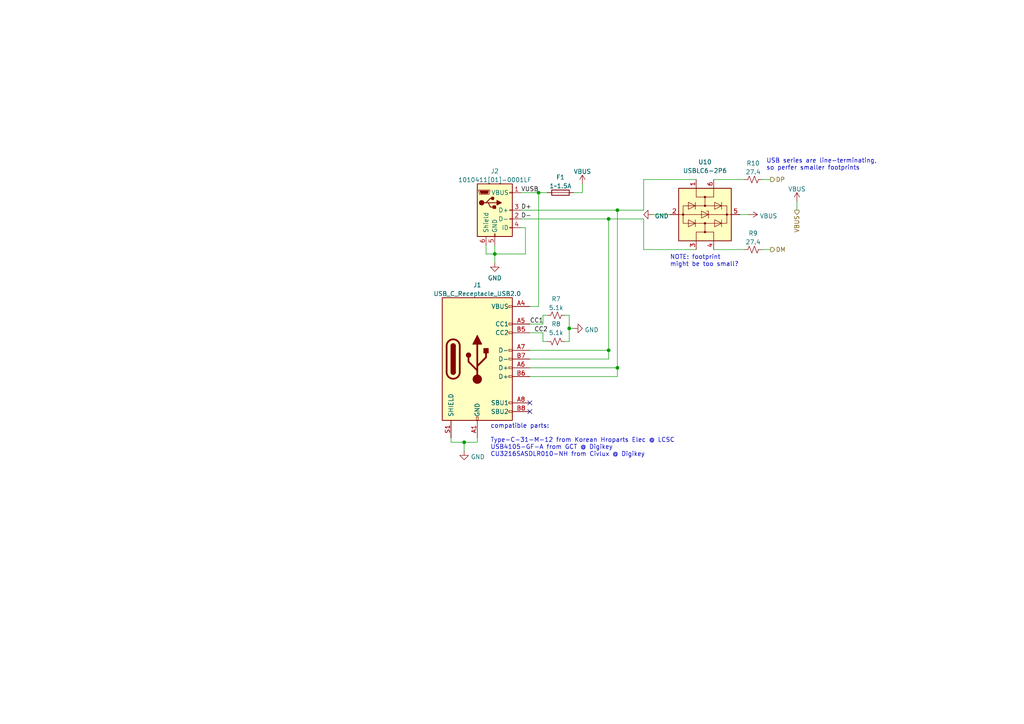
<source format=kicad_sch>
(kicad_sch (version 20211123) (generator eeschema)
  (paper "A4")
  (lib_symbols
    (symbol "Connector:USB_B_Micro" (pin_names (offset 1.016))
      (property "Reference" "J" (at -5.08 11.43 0))
      (property "Value" "USB_B_Micro" (at -5.08 8.89 0))
      (symbol "USB_B_Micro_0_1"
        (rectangle (start -5.08 -7.62) (end 5.08 7.62) (stroke (width 0.254)) (fill (type background)))
        (circle (center -3.81 2.159) (radius 0.635) (stroke (width 0.254)) (fill (type outline)))
        (circle (center -0.635 3.429) (radius 0.381) (stroke (width 0.254)) (fill (type outline)))
        (rectangle (start -0.127 -7.62) (end 0.127 -6.858))
        (polyline (pts (xy -1.905 2.159) (xy 0.635 2.159)) (stroke (width 0.254)))
        (polyline (pts (xy -3.175 2.159) (xy -2.54 2.159) (xy -1.27 3.429) (xy -0.635 3.429)) (stroke (width 0.254)))
        (polyline (pts (xy -2.54 2.159) (xy -1.905 2.159) (xy -1.27 0.889) (xy 0 0.889)) (stroke (width 0.254)))
        (polyline (pts (xy 0.635 2.794) (xy 0.635 1.524) (xy 1.905 2.159) (xy 0.635 2.794)) (stroke (width 0.254)) (fill (type outline)))
        (polyline (pts (xy -4.318 5.588) (xy -1.778 5.588) (xy -2.032 4.826) (xy -4.064 4.826) (xy -4.318 5.588)) (fill (type outline)))
        (polyline (pts (xy -4.699 5.842) (xy -4.699 5.588) (xy -4.445 4.826) (xy -4.445 4.572) (xy -1.651 4.572) (xy -1.651 4.826) (xy -1.397 5.588) (xy -1.397 5.842) (xy -4.699 5.842)))
        (rectangle (start 0.254 1.27) (end -0.508 0.508) (stroke (width 0.254)) (fill (type outline)))
        (rectangle (start 5.08 -5.207) (end 4.318 -4.953))
        (rectangle (start 5.08 -2.667) (end 4.318 -2.413))
        (rectangle (start 5.08 -0.127) (end 4.318 0.127))
        (rectangle (start 5.08 4.953) (end 4.318 5.207))
      )
      (symbol "USB_B_Micro_1_1"
        (pin power_out line (at 7.62 5.08 180) (length 2.54) (name "VBUS") (number "1"))
        (pin bidirectional line (at 7.62 -2.54 180) (length 2.54) (name "D-") (number "2"))
        (pin bidirectional line (at 7.62 0 180) (length 2.54) (name "D+") (number "3"))
        (pin passive line (at 7.62 -5.08 180) (length 2.54) (name "ID") (number "4"))
        (pin power_out line (at 0 -10.16 90) (length 2.54) (name "GND") (number "5"))
        (pin passive line (at -2.54 -10.16 90) (length 2.54) (name "Shield") (number "6"))
      )
    )
    (symbol "Connector:USB_C_Receptacle_USB2.0" (pin_names (offset 1.016))
      (property "Reference" "J" (at -10.16 19.05 0))
      (property "Value" "USB_C_Receptacle_USB2.0" (at 19.05 19.05 0))
      (symbol "USB_C_Receptacle_USB2.0_0_0"
        (rectangle (start -0.254 -17.78) (end 0.254 -16.764))
        (rectangle (start 10.16 -14.986) (end 9.144 -15.494))
        (rectangle (start 10.16 -12.446) (end 9.144 -12.954))
        (rectangle (start 10.16 -4.826) (end 9.144 -5.334))
        (rectangle (start 10.16 -2.286) (end 9.144 -2.794))
        (rectangle (start 10.16 0.254) (end 9.144 -0.254))
        (rectangle (start 10.16 2.794) (end 9.144 2.286))
        (rectangle (start 10.16 7.874) (end 9.144 7.366))
        (rectangle (start 10.16 10.414) (end 9.144 9.906))
        (rectangle (start 10.16 15.494) (end 9.144 14.986))
      )
      (symbol "USB_C_Receptacle_USB2.0_0_1"
        (rectangle (start -10.16 17.78) (end 10.16 -17.78) (stroke (width 0.254)) (fill (type background)))
        (arc (start -8.89 -3.81) (mid -6.985 -5.715) (end -5.08 -3.81) (stroke (width 0.508)))
        (arc (start -7.62 -3.81) (mid -6.985 -4.445) (end -6.35 -3.81) (stroke (width 0.254)))
        (arc (start -7.62 -3.81) (mid -6.985 -4.445) (end -6.35 -3.81) (stroke (width 0.254)) (fill (type outline)))
        (rectangle (start -7.62 -3.81) (end -6.35 3.81) (stroke (width 0.254)) (fill (type outline)))
        (arc (start -6.35 3.81) (mid -6.985 4.445) (end -7.62 3.81) (stroke (width 0.254)))
        (arc (start -6.35 3.81) (mid -6.985 4.445) (end -7.62 3.81) (stroke (width 0.254)) (fill (type outline)))
        (arc (start -5.08 3.81) (mid -6.985 5.715) (end -8.89 3.81) (stroke (width 0.508)))
        (circle (center -2.54 1.143) (radius 0.635) (stroke (width 0.254)) (fill (type outline)))
        (circle (center 0 -5.842) (radius 1.27) (fill (type outline)))
        (polyline (pts (xy -8.89 -3.81) (xy -8.89 3.81)) (stroke (width 0.508)))
        (polyline (pts (xy -5.08 3.81) (xy -5.08 -3.81)) (stroke (width 0.508)))
        (polyline (pts (xy 0 -5.842) (xy 0 4.318)) (stroke (width 0.508)))
        (polyline (pts (xy 0 -3.302) (xy -2.54 -0.762) (xy -2.54 0.508)) (stroke (width 0.508)))
        (polyline (pts (xy 0 -2.032) (xy 2.54 0.508) (xy 2.54 1.778)) (stroke (width 0.508)))
        (polyline (pts (xy -1.27 4.318) (xy 0 6.858) (xy 1.27 4.318) (xy -1.27 4.318)) (stroke (width 0.254)) (fill (type outline)))
        (rectangle (start 1.905 1.778) (end 3.175 3.048) (stroke (width 0.254)) (fill (type outline)))
      )
      (symbol "USB_C_Receptacle_USB2.0_1_1"
        (pin passive line (at 0 -22.86 90) (length 5.08) (name "GND") (number "A1"))
        (pin passive line (at 0 -22.86 90) (length 5.08) hide (name "GND") (number "A12"))
        (pin passive line (at 15.24 15.24 180) (length 5.08) (name "VBUS") (number "A4"))
        (pin bidirectional line (at 15.24 10.16 180) (length 5.08) (name "CC1") (number "A5"))
        (pin bidirectional line (at 15.24 -2.54 180) (length 5.08) (name "D+") (number "A6"))
        (pin bidirectional line (at 15.24 2.54 180) (length 5.08) (name "D-") (number "A7"))
        (pin bidirectional line (at 15.24 -12.7 180) (length 5.08) (name "SBU1") (number "A8"))
        (pin passive line (at 15.24 15.24 180) (length 5.08) hide (name "VBUS") (number "A9"))
        (pin passive line (at 0 -22.86 90) (length 5.08) hide (name "GND") (number "B1"))
        (pin passive line (at 0 -22.86 90) (length 5.08) hide (name "GND") (number "B12"))
        (pin passive line (at 15.24 15.24 180) (length 5.08) hide (name "VBUS") (number "B4"))
        (pin bidirectional line (at 15.24 7.62 180) (length 5.08) (name "CC2") (number "B5"))
        (pin bidirectional line (at 15.24 -5.08 180) (length 5.08) (name "D+") (number "B6"))
        (pin bidirectional line (at 15.24 0 180) (length 5.08) (name "D-") (number "B7"))
        (pin bidirectional line (at 15.24 -15.24 180) (length 5.08) (name "SBU2") (number "B8"))
        (pin passive line (at 15.24 15.24 180) (length 5.08) hide (name "VBUS") (number "B9"))
        (pin passive line (at -7.62 -22.86 90) (length 5.08) (name "SHIELD") (number "S1"))
      )
    )
    (symbol "Device:Fuse" (pin_numbers hide) (pin_names (offset 0))
      (property "Reference" "F" (at 2.032 0 90))
      (property "Value" "Fuse" (at -1.905 0 90))
      (symbol "Fuse_0_1"
        (rectangle (start -0.762 -2.54) (end 0.762 2.54) (stroke (width 0.254)))
        (polyline (pts (xy 0 2.54) (xy 0 -2.54)))
      )
      (symbol "Fuse_1_1"
        (pin passive line (at 0 3.81 270) (length 1.27) (name "~") (number "1"))
        (pin passive line (at 0 -3.81 90) (length 1.27) (name "~") (number "2"))
      )
    )
    (symbol "Device:R_Small_US" (pin_numbers hide) (pin_names (offset 0.254) hide)
      (property "Reference" "R" (at 0.762 0.508 0))
      (property "Value" "R_Small_US" (at 0.762 -1.016 0))
      (symbol "R_Small_US_1_1"
        (polyline (pts (xy 0 0) (xy 1.016 -0.381) (xy 0 -0.762) (xy -1.016 -1.143) (xy 0 -1.524)))
        (polyline (pts (xy 0 1.524) (xy 1.016 1.143) (xy 0 0.762) (xy -1.016 0.381) (xy 0 0)))
        (pin passive line (at 0 2.54 270) (length 1.016) (name "~") (number "1"))
        (pin passive line (at 0 -2.54 90) (length 1.016) (name "~") (number "2"))
      )
    )
    (symbol "Power_Protection:USBLC6-2P6" (pin_names hide)
      (property "Reference" "U" (at 2.54 8.89 0))
      (property "Value" "USBLC6-2P6" (at 2.54 -8.89 0))
      (symbol "USBLC6-2P6_0_1"
        (rectangle (start -7.62 -7.62) (end 7.62 7.62) (stroke (width 0.254)) (fill (type background)))
        (circle (center -5.08 0) (radius 0.254) (fill (type outline)))
        (circle (center -2.54 0) (radius 0.254) (fill (type outline)))
        (rectangle (start -2.54 6.35) (end 2.54 -6.35))
        (circle (center 0 -6.35) (radius 0.254) (fill (type outline)))
        (polyline (pts (xy -5.08 -2.54) (xy -7.62 -2.54)))
        (polyline (pts (xy -5.08 0) (xy -5.08 -2.54)))
        (polyline (pts (xy -5.08 2.54) (xy -7.62 2.54)))
        (polyline (pts (xy -1.524 -2.794) (xy -3.556 -2.794)))
        (polyline (pts (xy -1.524 4.826) (xy -3.556 4.826)))
        (polyline (pts (xy 0 -7.62) (xy 0 -6.35)))
        (polyline (pts (xy 0 -6.35) (xy 0 1.27)))
        (polyline (pts (xy 0 1.27) (xy 0 6.35)))
        (polyline (pts (xy 0 6.35) (xy 0 7.62)))
        (polyline (pts (xy 1.524 -2.794) (xy 3.556 -2.794)))
        (polyline (pts (xy 1.524 4.826) (xy 3.556 4.826)))
        (polyline (pts (xy 5.08 -2.54) (xy 7.62 -2.54)))
        (polyline (pts (xy 5.08 0) (xy 5.08 -2.54)))
        (polyline (pts (xy 5.08 2.54) (xy 7.62 2.54)))
        (polyline (pts (xy -2.54 0) (xy -5.08 0) (xy -5.08 2.54)))
        (polyline (pts (xy 2.54 0) (xy 5.08 0) (xy 5.08 2.54)))
        (polyline (pts (xy -3.556 -4.826) (xy -1.524 -4.826) (xy -2.54 -2.794) (xy -3.556 -4.826)))
        (polyline (pts (xy -3.556 2.794) (xy -1.524 2.794) (xy -2.54 4.826) (xy -3.556 2.794)))
        (polyline (pts (xy -1.016 -1.016) (xy 1.016 -1.016) (xy 0 1.016) (xy -1.016 -1.016)))
        (polyline (pts (xy 1.016 1.016) (xy 0.762 1.016) (xy -1.016 1.016) (xy -1.016 0.508)))
        (polyline (pts (xy 3.556 -4.826) (xy 1.524 -4.826) (xy 2.54 -2.794) (xy 3.556 -4.826)))
        (polyline (pts (xy 3.556 2.794) (xy 1.524 2.794) (xy 2.54 4.826) (xy 3.556 2.794)))
        (circle (center 0 6.35) (radius 0.254) (fill (type outline)))
        (circle (center 2.54 0) (radius 0.254) (fill (type outline)))
        (circle (center 5.08 0) (radius 0.254) (fill (type outline)))
      )
      (symbol "USBLC6-2P6_1_1"
        (pin passive line (at -10.16 -2.54 0) (length 2.54) (name "I/O1") (number "1"))
        (pin passive line (at 0 -10.16 90) (length 2.54) (name "GND") (number "2"))
        (pin passive line (at 10.16 -2.54 180) (length 2.54) (name "I/O2") (number "3"))
        (pin passive line (at 10.16 2.54 180) (length 2.54) (name "I/O2") (number "4"))
        (pin passive line (at 0 10.16 270) (length 2.54) (name "VBUS") (number "5"))
        (pin passive line (at -10.16 2.54 0) (length 2.54) (name "I/O1") (number "6"))
      )
    )
    (symbol "power:GND" (power) (pin_names (offset 0))
      (property "Value" "GND" (at 0 -3.81 0))
      (symbol "GND_0_1"
        (polyline (pts (xy 0 0) (xy 0 -1.27) (xy 1.27 -1.27) (xy 0 -2.54) (xy -1.27 -1.27) (xy 0 -1.27)))
      )
      (symbol "GND_1_1"
        (pin power_in line (at 0 0 270) (length 0) hide (name "GND") (number "1"))
      )
    )
    (symbol "power:VBUS" (power) (pin_names (offset 0))
      (property "Value" "VBUS" (at 0 3.81 0))
      (symbol "VBUS_0_1"
        (polyline (pts (xy -0.762 1.27) (xy 0 2.54)))
        (polyline (pts (xy 0 0) (xy 0 2.54)))
        (polyline (pts (xy 0 2.54) (xy 0.762 1.27)))
      )
      (symbol "VBUS_1_1"
        (pin power_in line (at 0 0 90) (length 0) hide (name "VBUS") (number "1"))
      )
    )
  )
  (junction (at 165.1 95.25))
  (junction (at 134.62 128.27))
  (junction (at 179.07 60.96))
  (junction (at 176.53 101.6))
  (junction (at 179.07 106.68))
  (junction (at 156.21 55.88))
  (junction (at 143.51 73.66))
  (junction (at 176.53 63.5))
  (no_connect (at 153.67 116.84))
  (no_connect (at 153.67 119.38))
  (wire (pts (xy 220.98 72.39) (xy 223.52 72.39)))
  (wire (pts (xy 214.63 62.23) (xy 217.17 62.23)))
  (wire (pts (xy 157.48 93.98) (xy 157.48 91.44)))
  (wire (pts (xy 153.67 106.68) (xy 179.07 106.68)))
  (wire (pts (xy 152.4 73.66) (xy 143.51 73.66)))
  (wire (pts (xy 134.62 128.27) (xy 134.62 130.81)))
  (wire (pts (xy 207.01 72.39) (xy 215.9 72.39)))
  (wire (pts (xy 151.13 60.96) (xy 179.07 60.96)))
  (wire (pts (xy 165.1 91.44) (xy 165.1 95.25)))
  (wire (pts (xy 207.01 52.07) (xy 215.9 52.07)))
  (wire (pts (xy 153.67 93.98) (xy 157.48 93.98)))
  (wire (pts (xy 143.51 73.66) (xy 143.51 76.2)))
  (wire (pts (xy 220.98 52.07) (xy 223.52 52.07)))
  (wire (pts (xy 186.69 72.39) (xy 201.93 72.39)))
  (wire (pts (xy 186.69 63.5) (xy 186.69 72.39)))
  (wire (pts (xy 130.81 128.27) (xy 134.62 128.27)))
  (wire (pts (xy 231.14 58.42) (xy 231.14 60.96)))
  (wire (pts (xy 152.4 66.04) (xy 152.4 73.66)))
  (wire (pts (xy 158.75 99.06) (xy 157.48 99.06)))
  (wire (pts (xy 157.48 99.06) (xy 157.48 96.52)))
  (wire (pts (xy 179.07 60.96) (xy 186.69 60.96)))
  (wire (pts (xy 140.97 71.12) (xy 140.97 73.66)))
  (wire (pts (xy 153.67 104.14) (xy 176.53 104.14)))
  (wire (pts (xy 166.37 95.25) (xy 165.1 95.25)))
  (wire (pts (xy 156.21 88.9) (xy 156.21 55.88)))
  (wire (pts (xy 168.91 53.34) (xy 168.91 55.88)))
  (wire (pts (xy 151.13 55.88) (xy 156.21 55.88)))
  (wire (pts (xy 153.67 96.52) (xy 157.48 96.52)))
  (wire (pts (xy 140.97 73.66) (xy 143.51 73.66)))
  (wire (pts (xy 163.83 91.44) (xy 165.1 91.44)))
  (wire (pts (xy 153.67 88.9) (xy 156.21 88.9)))
  (wire (pts (xy 151.13 66.04) (xy 152.4 66.04)))
  (wire (pts (xy 153.67 101.6) (xy 176.53 101.6)))
  (wire (pts (xy 166.37 55.88) (xy 168.91 55.88)))
  (wire (pts (xy 157.48 91.44) (xy 158.75 91.44)))
  (wire (pts (xy 179.07 109.22) (xy 179.07 106.68)))
  (wire (pts (xy 163.83 99.06) (xy 165.1 99.06)))
  (wire (pts (xy 186.69 60.96) (xy 186.69 52.07)))
  (wire (pts (xy 176.53 63.5) (xy 186.69 63.5)))
  (wire (pts (xy 176.53 63.5) (xy 176.53 101.6)))
  (wire (pts (xy 165.1 95.25) (xy 165.1 99.06)))
  (wire (pts (xy 130.81 127) (xy 130.81 128.27)))
  (wire (pts (xy 176.53 104.14) (xy 176.53 101.6)))
  (wire (pts (xy 151.13 63.5) (xy 176.53 63.5)))
  (wire (pts (xy 179.07 60.96) (xy 179.07 106.68)))
  (wire (pts (xy 189.23 62.23) (xy 194.31 62.23)))
  (wire (pts (xy 156.21 55.88) (xy 158.75 55.88)))
  (wire (pts (xy 134.62 128.27) (xy 138.43 128.27)))
  (wire (pts (xy 186.69 52.07) (xy 201.93 52.07)))
  (wire (pts (xy 138.43 128.27) (xy 138.43 127)))
  (wire (pts (xy 153.67 109.22) (xy 179.07 109.22)))
  (wire (pts (xy 143.51 73.66) (xy 143.51 71.12)))
  (text "compatible parts:\n\nType-C-31-M-12 from Korean Hroparts Elec @ LCSC\nUSB4105-GF-A from GCT @ Digikey\nCU3216SASDLR010-NH from Civlux @ Digikey\n\n" (at 142.24 134.62 0) (effects (font (size 1.27 1.27)) (justify left bottom)))
  (text "USB series are line-terminating,\nso perfer smaller footprints" (at 222.25 49.53 0) (effects (font (size 1.27 1.27)) (justify left bottom)))
  (text "NOTE: footprint\nmight be too small?" (at 194.31 77.47 0) (effects (font (size 1.27 1.27)) (justify left bottom)))
  (label "D+" (at 151.13 60.96 0))
  (label "CC2" (at 154.94 96.52 0))
  (label "VUSB" (at 151.13 55.88 0))
  (label "CC1" (at 153.67 93.98 0))
  (label "D-" (at 151.13 63.5 0))
  (hierarchical_label "DM" (shape output) (at 223.52 72.39 0))
  (hierarchical_label "VBUS" (shape output) (at 231.14 60.96 270))
  (hierarchical_label "DP" (shape output) (at 223.52 52.07 0))
  (symbol (lib_id "Device:R_Small_US") (at 161.29 91.44 90) (unit 1)
    (property "Reference" "R7" (at 161.29 86.7242 90))
    (property "Value" "5.1k" (at 161.29 89.2611 90))
    (property "Footprint" "Resistor_SMD:R_0603_1608Metric" (effects hide))
  )
  (symbol (lib_id "Device:R_Small_US") (at 218.44 72.39 90) (unit 1)
    (property "Reference" "R9" (at 218.44 67.6742 90))
    (property "Value" "27.4" (at 218.44 70.2111 90))
    (property "Footprint" "Resistor_SMD:R_0402_1005Metric" (effects hide))
  )
  (symbol (lib_id "Power_Protection:USBLC6-2P6") (at 204.47 62.23 270) (unit 1)
    (property "Reference" "U10" (at 204.47 46.99 90))
    (property "Value" "USBLC6-2P6" (at 204.47 49.5269 90))
    (property "Footprint" "Package_TO_SOT_SMD:SOT-666" (effects hide))
    (property "Datasheet" "https://www.st.com/resource/en/datasheet/usblc6-2.pdf" (effects hide))
  )
  (symbol (lib_id "power:GND") (at 189.23 62.23 270) (unit 1)
    (property "Reference" "#PWR026" (effects hide))
    (property "Value" "GND" (at 189.865 62.6638 90) (effects (justify left)))
  )
  (symbol (lib_id "Device:Fuse") (at 162.56 55.88 90) (unit 1)
    (property "Reference" "F1" (at 162.56 51.4182 90))
    (property "Value" "1~1.5A" (at 162.56 53.9551 90))
    (property "Footprint" "Fuse:Fuse_0603_1608Metric" (effects hide))
  )
  (symbol (lib_id "power:VBUS") (at 217.17 62.23 270) (unit 1)
    (property "Reference" "#PWR027" (effects hide))
    (property "Value" "VBUS" (at 220.345 62.6638 90) (effects (justify left)))
  )
  (symbol (lib_id "Connector:USB_B_Micro") (at 143.51 60.96 0) (unit 1)
    (property "Reference" "J2" (at 143.51 49.6402 0))
    (property "Value" "1010411[01]-0001LF" (at 143.51 52.1771 0))
    (property "Footprint" "Connector_USB:USB_Micro-B_Amphenol_10104110_Horizontal" (effects hide))
  )
  (symbol (lib_id "Device:R_Small_US") (at 161.29 99.06 90) (mirror x) (unit 1)
    (property "Reference" "R8" (at 161.29 93.9831 90))
    (property "Value" "5.1k" (at 161.29 96.52 90))
    (property "Footprint" "Resistor_SMD:R_0603_1608Metric" (effects hide))
  )
  (symbol (lib_id "power:VBUS") (at 168.91 53.34 0) (unit 1)
    (property "Reference" "#PWR025" (effects hide))
    (property "Value" "VBUS" (at 168.91 49.7642 0))
  )
  (symbol (lib_id "Device:R_Small_US") (at 218.44 52.07 90) (unit 1)
    (property "Reference" "R10" (at 218.44 47.3542 90))
    (property "Value" "27.4" (at 218.44 49.8911 90))
    (property "Footprint" "Resistor_SMD:R_0402_1005Metric" (effects hide))
  )
  (symbol (lib_id "power:VBUS") (at 231.14 58.42 0) (unit 1)
    (property "Reference" "#PWR028" (effects hide))
    (property "Value" "VBUS" (at 231.14 54.8442 0))
  )
  (symbol (lib_id "power:GND") (at 134.62 130.81 0) (unit 1)
    (property "Reference" "#PWR022" (effects hide))
    (property "Value" "GND" (at 136.525 132.5138 0) (effects (justify left)))
  )
  (symbol (lib_id "power:GND") (at 166.37 95.25 90) (unit 1)
    (property "Reference" "#PWR024" (effects hide))
    (property "Value" "GND" (at 169.545 95.6838 90) (effects (justify right)))
  )
  (symbol (lib_id "Connector:USB_C_Receptacle_USB2.0") (at 138.43 104.14 0) (unit 1)
    (property "Reference" "J1" (at 138.43 82.6602 0))
    (property "Value" "USB_C_Receptacle_USB2.0" (at 138.43 85.1971 0))
    (property "Footprint" "iCE2040:TYPE-C-31-M-12" (effects hide))
    (property "Datasheet" "https://www.usb.org/sites/default/files/documents/usb_type-c.zip" (effects hide))
  )
  (symbol (lib_id "power:GND") (at 143.51 76.2 0) (unit 1)
    (property "Reference" "#PWR023" (effects hide))
    (property "Value" "GND" (at 143.51 80.6434 0))
  )
)
</source>
